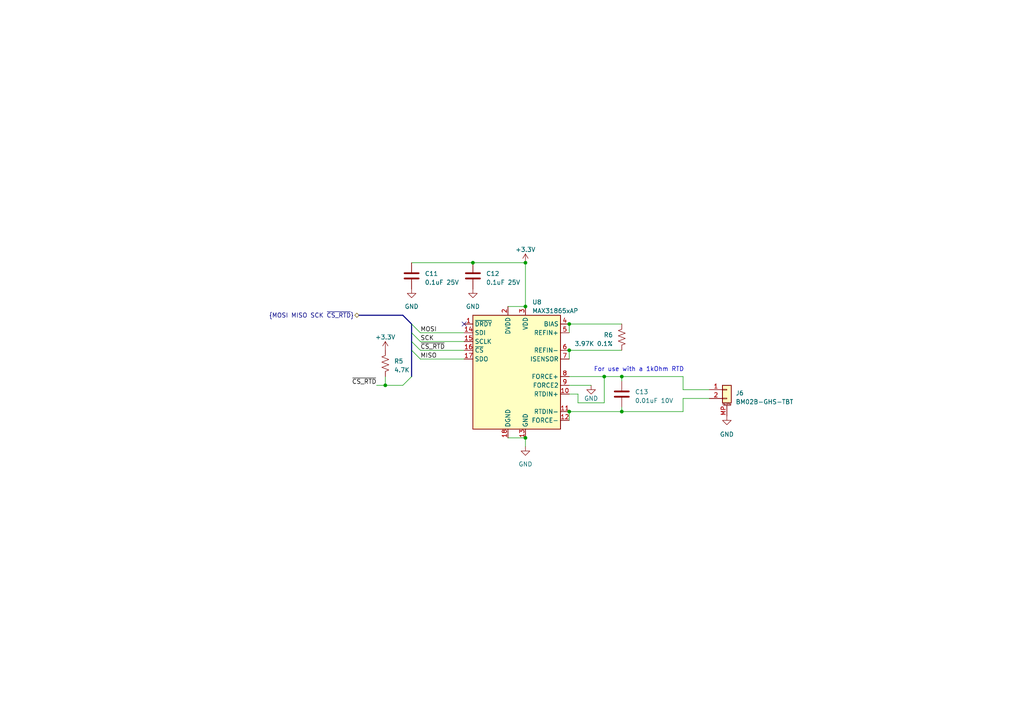
<source format=kicad_sch>
(kicad_sch (version 20230121) (generator eeschema)
  (paper "A4")
  (title_block (title "Test Stand Power Monitor") (date "2023-08-08") (rev "1.0") (company "Toofon Inc.") (comment 1 "Ed Katynski") (comment 2 "(PENDING REVIEW)"))
  (lib_symbols
    (symbol "Connector_Generic_MountingPin:Conn_01x02_MountingPin" (pin_names (offset 1.016) hide)
      (property "Reference" "J" (at 0 2.54 0))
      (property "Value" "Conn_01x02_MountingPin" (at 1.27 -5.08 0))
      (symbol "Conn_01x02_MountingPin_1_1"
        (rectangle (start -1.27 -2.413) (end 0 -2.667) (stroke (width 0.1524)))
        (rectangle (start -1.27 0.127) (end 0 -0.127) (stroke (width 0.1524)))
        (rectangle (start -1.27 1.27) (end 1.27 -3.81) (stroke (width 0.254)) (fill (type background)))
        (polyline (pts (xy -1.016 -4.572) (xy 1.016 -4.572)) (stroke (width 0.1524)))
        (text "Mounting" (at 0 -4.191 0) (effects (font (size 0.381 0.381))))
        (pin passive line (at -5.08 0 0) (length 3.81) (name "Pin_1") (number "1"))
        (pin passive line (at -5.08 -2.54 0) (length 3.81) (name "Pin_2") (number "2"))
        (pin passive line (at 0 -7.62 90) (length 3.048) (name "MountPin") (number "MP"))
      )
    )
    (symbol "Device:C" (pin_numbers hide) (pin_names (offset 0.254))
      (property "Reference" "C" (at 0.635 2.54 0))
      (property "Value" "C" (at 0.635 -2.54 0))
      (symbol "C_0_1"
        (polyline (pts (xy -2.032 -0.762) (xy 2.032 -0.762)) (stroke (width 0.508)))
        (polyline (pts (xy -2.032 0.762) (xy 2.032 0.762)) (stroke (width 0.508)))
      )
      (symbol "C_1_1"
        (pin passive line (at 0 3.81 270) (length 2.794) (name "~") (number "1"))
        (pin passive line (at 0 -3.81 90) (length 2.794) (name "~") (number "2"))
      )
    )
    (symbol "Device:R_US" (pin_numbers hide) (pin_names (offset 0))
      (property "Reference" "R" (at 2.54 0 90))
      (property "Value" "R_US" (at -2.54 0 90))
      (symbol "R_US_0_1"
        (polyline (pts (xy 0 -2.286) (xy 0 -2.54)))
        (polyline (pts (xy 0 2.286) (xy 0 2.54)))
        (polyline (pts (xy 0 -0.762) (xy 1.016 -1.143) (xy 0 -1.524) (xy -1.016 -1.905) (xy 0 -2.286)))
        (polyline (pts (xy 0 0.762) (xy 1.016 0.381) (xy 0 0) (xy -1.016 -0.381) (xy 0 -0.762)))
        (polyline (pts (xy 0 2.286) (xy 1.016 1.905) (xy 0 1.524) (xy -1.016 1.143) (xy 0 0.762)))
      )
      (symbol "R_US_1_1"
        (pin passive line (at 0 3.81 270) (length 1.27) (name "~") (number "1"))
        (pin passive line (at 0 -3.81 90) (length 1.27) (name "~") (number "2"))
      )
    )
    (symbol "Sensor_Temperature:MAX31865xAP"
      (property "Reference" "U" (at -11.43 19.05 0))
      (property "Value" "MAX31865xAP" (at 10.16 19.05 0))
      (symbol "MAX31865xAP_0_1"
        (rectangle (start -12.7 17.78) (end 12.7 -15.24) (stroke (width 0.254)) (fill (type background)))
      )
      (symbol "MAX31865xAP_1_1"
        (pin output line (at -15.24 15.24 0) (length 2.54) (name "~{DRDY}") (number "1"))
        (pin input line (at 15.24 -5.08 180) (length 2.54) (name "RTDIN+") (number "10"))
        (pin input line (at 15.24 -10.16 180) (length 2.54) (name "RTDIN-") (number "11"))
        (pin power_out line (at 15.24 -12.7 180) (length 2.54) (name "FORCE-") (number "12"))
        (pin power_in line (at 2.54 -17.78 90) (length 2.54) (name "GND") (number "13"))
        (pin input line (at -15.24 12.7 0) (length 2.54) (name "SDI") (number "14"))
        (pin input line (at -15.24 10.16 0) (length 2.54) (name "SCLK") (number "15"))
        (pin input line (at -15.24 7.62 0) (length 2.54) (name "~{CS}") (number "16"))
        (pin tri_state line (at -15.24 5.08 0) (length 2.54) (name "SDO") (number "17"))
        (pin power_in line (at -2.54 -17.78 90) (length 2.54) (name "DGND") (number "18"))
        (pin passive line (at 2.54 -17.78 90) (length 2.54) hide (name "GND") (number "19"))
        (pin power_in line (at -2.54 20.32 270) (length 2.54) (name "DVDD") (number "2"))
        (pin no_connect line (at -12.7 -2.54 0) (length 2.54) hide (name "NC") (number "20"))
        (pin power_in line (at 2.54 20.32 270) (length 2.54) (name "VDD") (number "3"))
        (pin power_out line (at 15.24 15.24 180) (length 2.54) (name "BIAS") (number "4"))
        (pin input line (at 15.24 12.7 180) (length 2.54) (name "REFIN+") (number "5"))
        (pin input line (at 15.24 7.62 180) (length 2.54) (name "REFIN-") (number "6"))
        (pin passive line (at 15.24 5.08 180) (length 2.54) (name "ISENSOR") (number "7"))
        (pin passive line (at 15.24 0 180) (length 2.54) (name "FORCE+") (number "8"))
        (pin input line (at 15.24 -2.54 180) (length 2.54) (name "FORCE2") (number "9"))
      )
    )
    (symbol "power:+3.3V" (power) (pin_names (offset 0))
      (property "Value" "+3.3V" (at 0 3.556 0))
      (symbol "+3.3V_0_1"
        (polyline (pts (xy -0.762 1.27) (xy 0 2.54)))
        (polyline (pts (xy 0 0) (xy 0 2.54)))
        (polyline (pts (xy 0 2.54) (xy 0.762 1.27)))
      )
      (symbol "+3.3V_1_1"
        (pin power_in line (at 0 0 90) (length 0) hide (name "+3.3V") (number "1"))
      )
    )
    (symbol "power:GND" (power) (pin_names (offset 0))
      (property "Value" "GND" (at 0 -3.81 0))
      (symbol "GND_0_1"
        (polyline (pts (xy 0 0) (xy 0 -1.27) (xy 1.27 -1.27) (xy 0 -2.54) (xy -1.27 -1.27) (xy 0 -1.27)))
      )
      (symbol "GND_1_1"
        (pin power_in line (at 0 0 270) (length 0) hide (name "GND") (number "1"))
      )
    )
  )
  (junction (at 165.1 101.6))
  (junction (at 180.34 119.38))
  (junction (at 180.34 109.22))
  (junction (at 137.16 76.2))
  (junction (at 165.1 93.98))
  (junction (at 175.26 109.22))
  (junction (at 165.1 119.38))
  (junction (at 152.4 88.9))
  (junction (at 152.4 76.2))
  (junction (at 152.4 127))
  (junction (at 111.76 111.76))
  (no_connect (at 134.62 93.98))
  (bus_entry (at 119.38 96.52) (size 2.54 2.54))
  (bus_entry (at 119.38 99.06) (size 2.54 2.54))
  (bus_entry (at 119.38 109.22) (size -2.54 2.54))
  (bus_entry (at 119.38 101.6) (size 2.54 2.54))
  (bus_entry (at 119.38 93.98) (size 2.54 2.54))
  (bus (pts (xy 119.38 96.52) (xy 119.38 99.06)))
  (wire (pts (xy 180.34 109.22) (xy 180.34 110.49)))
  (wire (pts (xy 165.1 119.38) (xy 165.1 121.92)))
  (wire (pts (xy 121.92 99.06) (xy 134.62 99.06)))
  (bus (pts (xy 104.14 91.44) (xy 116.84 91.44)))
  (wire (pts (xy 137.16 76.2) (xy 152.4 76.2)))
  (wire (pts (xy 165.1 119.38) (xy 180.34 119.38)))
  (wire (pts (xy 165.1 111.76) (xy 171.45 111.76)))
  (wire (pts (xy 180.34 109.22) (xy 198.12 109.22)))
  (wire (pts (xy 121.92 104.14) (xy 134.62 104.14)))
  (wire (pts (xy 198.12 109.22) (xy 198.12 113.03)))
  (wire (pts (xy 167.64 116.84) (xy 175.26 116.84)))
  (wire (pts (xy 198.12 119.38) (xy 180.34 119.38)))
  (bus (pts (xy 119.38 99.06) (xy 119.38 101.6)))
  (wire (pts (xy 165.1 93.98) (xy 180.34 93.98)))
  (wire (pts (xy 147.32 127) (xy 152.4 127)))
  (wire (pts (xy 165.1 109.22) (xy 175.26 109.22)))
  (wire (pts (xy 152.4 76.2) (xy 152.4 88.9)))
  (wire (pts (xy 119.38 76.2) (xy 137.16 76.2)))
  (wire (pts (xy 165.1 93.98) (xy 165.1 96.52)))
  (bus (pts (xy 116.84 91.44) (xy 119.38 93.98)))
  (wire (pts (xy 205.74 115.57) (xy 198.12 115.57)))
  (wire (pts (xy 175.26 109.22) (xy 175.26 116.84)))
  (wire (pts (xy 109.22 111.76) (xy 111.76 111.76)))
  (bus (pts (xy 119.38 101.6) (xy 119.38 109.22)))
  (bus (pts (xy 119.38 93.98) (xy 119.38 96.52)))
  (wire (pts (xy 175.26 109.22) (xy 180.34 109.22)))
  (wire (pts (xy 111.76 111.76) (xy 116.84 111.76)))
  (wire (pts (xy 121.92 96.52) (xy 134.62 96.52)))
  (wire (pts (xy 111.76 109.22) (xy 111.76 111.76)))
  (wire (pts (xy 165.1 101.6) (xy 165.1 104.14)))
  (wire (pts (xy 180.34 118.11) (xy 180.34 119.38)))
  (wire (pts (xy 167.64 114.3) (xy 167.64 116.84)))
  (wire (pts (xy 152.4 129.54) (xy 152.4 127)))
  (wire (pts (xy 165.1 101.6) (xy 180.34 101.6)))
  (wire (pts (xy 147.32 88.9) (xy 152.4 88.9)))
  (wire (pts (xy 198.12 113.03) (xy 205.74 113.03)))
  (wire (pts (xy 121.92 101.6) (xy 134.62 101.6)))
  (wire (pts (xy 198.12 115.57) (xy 198.12 119.38)))
  (wire (pts (xy 165.1 114.3) (xy 167.64 114.3)))
  (text "For use with a 1kOhm RTD" (at 172.212 107.95 0) (effects (font (size 1.27 1.27)) (justify left bottom)))
  (label "MOSI" (at 121.92 96.52 0))
  (label "MISO" (at 121.92 104.14 0))
  (label "SCK" (at 121.92 99.06 0))
  (label "~{CS_RTD}" (at 121.92 101.6 0))
  (label "~{CS_RTD}" (at 109.22 111.76 180))
  (hierarchical_label "{MOSI MISO SCK ~{CS_RTD}}" (shape bidirectional) (at 104.14 91.44 180))
  (symbol (lib_id "Sensor_Temperature:MAX31865xAP") (at 149.86 109.22 0) (unit 1)
    (property "Reference" "U8" (at 154.3559 87.63 0) (effects (justify left)))
    (property "Value" "MAX31865xAP" (at 154.3559 90.17 0) (effects (justify left)))
    (property "Footprint" "Package_SO:SSOP-20_5.3x7.2mm_P0.65mm" (effects hide))
    (property "Datasheet" "https://datasheets.maximintegrated.com/en/ds/MAX31865.pdf" (effects hide))
  )
  (symbol (lib_id "Connector_Generic_MountingPin:Conn_01x02_MountingPin") (at 210.82 113.03 0) (unit 1)
    (property "Reference" "J6" (at 213.36 114.0206 0) (effects (justify left)))
    (property "Value" "BM02B-GHS-TBT" (at 213.36 116.5606 0) (effects (justify left)))
    (property "Footprint" "Connector_JST:JST_GH_BM02B-GHS-TBT_1x02-1MP_P1.25mm_Vertical" (effects hide))
    (property "Datasheet" "https://www.jst-mfg.com/product/pdf/eng/eGH.pdf" (effects hide))
  )
  (symbol (lib_id "power:GND") (at 171.45 111.76 0) (unit 1)
    (property "Reference" "#PWR042" (effects hide))
    (property "Value" "GND" (at 171.45 115.57 0))
  )
  (symbol (lib_id "Device:C") (at 180.34 114.3 0) (unit 1)
    (property "Reference" "C13" (at 184.15 113.665 0) (effects (justify left)))
    (property "Value" "0.01uF 10V" (at 184.15 116.205 0) (effects (justify left)))
    (property "Footprint" "Capacitor_SMD:C_0402_1005Metric_Pad0.74x0.62mm_HandSolder" (effects hide))
  )
  (symbol (lib_id "Device:R_US") (at 180.34 97.79 0) (mirror y) (unit 1)
    (property "Reference" "R6" (at 177.8 97.155 0) (effects (justify left)))
    (property "Value" "3.97K 0.1%" (at 177.8 99.695 0) (effects (justify left)))
    (property "Footprint" "Resistor_SMD:R_0402_1005Metric_Pad0.72x0.64mm_HandSolder" (effects hide))
  )
  (symbol (lib_id "Device:C") (at 119.38 80.01 0) (unit 1)
    (property "Reference" "C11" (at 123.19 79.375 0) (effects (justify left)))
    (property "Value" "0.1uF 25V" (at 123.19 81.915 0) (effects (justify left)))
    (property "Footprint" "Capacitor_SMD:C_0402_1005Metric_Pad0.74x0.62mm_HandSolder" (effects hide))
  )
  (symbol (lib_id "power:GND") (at 119.38 83.82 0) (unit 1)
    (property "Reference" "#PWR038" (effects hide))
    (property "Value" "GND" (at 119.38 88.9 0))
  )
  (symbol (lib_id "power:+3.3V") (at 152.4 76.2 0) (unit 1)
    (property "Reference" "#PWR040" (effects hide))
    (property "Value" "+3.3V" (at 152.4 72.39 0))
  )
  (symbol (lib_id "power:GND") (at 137.16 83.82 0) (unit 1)
    (property "Reference" "#PWR039" (effects hide))
    (property "Value" "GND" (at 137.16 88.9 0))
  )
  (symbol (lib_id "Device:R_US") (at 111.76 105.41 0) (mirror y) (unit 1)
    (property "Reference" "R5" (at 114.3 104.775 0) (effects (justify right)))
    (property "Value" "4.7K" (at 114.3 107.315 0) (effects (justify right)))
    (property "Footprint" "Resistor_SMD:R_0402_1005Metric_Pad0.72x0.64mm_HandSolder" (effects hide))
  )
  (symbol (lib_id "power:GND") (at 152.4 129.54 0) (unit 1)
    (property "Reference" "#PWR041" (effects hide))
    (property "Value" "GND" (at 152.4 134.62 0))
  )
  (symbol (lib_id "power:+3.3V") (at 111.76 101.6 0) (unit 1)
    (property "Reference" "#PWR037" (effects hide))
    (property "Value" "+3.3V" (at 111.76 97.79 0))
  )
  (symbol (lib_id "power:GND") (at 210.82 120.65 0) (unit 1)
    (property "Reference" "#PWR043" (effects hide))
    (property "Value" "GND" (at 210.82 125.984 0))
  )
  (symbol (lib_id "Device:C") (at 137.16 80.01 0) (unit 1)
    (property "Reference" "C12" (at 140.97 79.375 0) (effects (justify left)))
    (property "Value" "0.1uF 25V" (at 140.97 81.915 0) (effects (justify left)))
    (property "Footprint" "Capacitor_SMD:C_0402_1005Metric_Pad0.74x0.62mm_HandSolder" (effects hide))
  )
)
</source>
